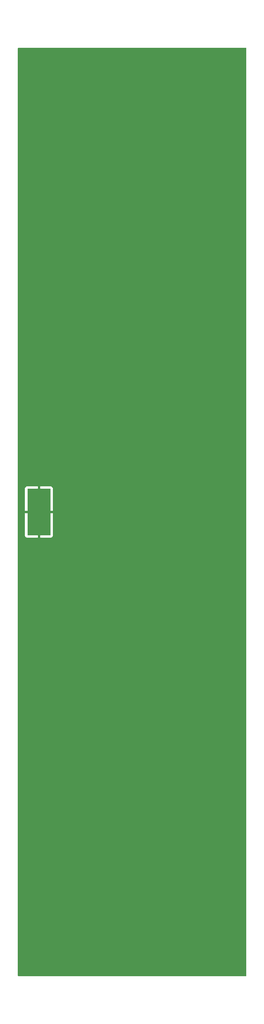
<source format=gbl>
G04 #@! TF.GenerationSoftware,KiCad,Pcbnew,8.0.3*
G04 #@! TF.CreationDate,2024-06-29T17:28:01+02:00*
G04 #@! TF.ProjectId,DMH_Buffered_Mult_PANEL,444d485f-4275-4666-9665-7265645f4d75,1*
G04 #@! TF.SameCoordinates,Original*
G04 #@! TF.FileFunction,Copper,L2,Bot*
G04 #@! TF.FilePolarity,Positive*
%FSLAX46Y46*%
G04 Gerber Fmt 4.6, Leading zero omitted, Abs format (unit mm)*
G04 Created by KiCad (PCBNEW 8.0.3) date 2024-06-29 17:28:01*
%MOMM*%
%LPD*%
G01*
G04 APERTURE LIST*
G04 #@! TA.AperFunction,ComponentPad*
%ADD10C,0.500000*%
G04 #@! TD*
G04 #@! TA.AperFunction,ConnectorPad*
%ADD11C,12.000000*%
G04 #@! TD*
G04 #@! TA.AperFunction,ComponentPad*
%ADD12C,4.000000*%
G04 #@! TD*
G04 #@! TA.AperFunction,SMDPad,CuDef*
%ADD13R,5.000000X10.000000*%
G04 #@! TD*
G04 APERTURE END LIST*
D10*
X104300000Y-206000000D03*
X105960000Y-201970000D03*
X105970000Y-210040000D03*
X110000000Y-200300000D03*
D11*
X110000000Y-206000000D03*
D10*
X110000000Y-211700000D03*
X114030000Y-210040000D03*
X114040000Y-201970000D03*
X115700000Y-206000000D03*
X84300000Y-206000000D03*
X85960000Y-201970000D03*
X85970000Y-210040000D03*
X90000000Y-200300000D03*
D11*
X90000000Y-206000000D03*
D10*
X90000000Y-211700000D03*
X94030000Y-210040000D03*
X94040000Y-201970000D03*
X95700000Y-206000000D03*
D12*
X121500000Y-33500000D03*
D10*
X84300000Y-54000000D03*
X85960000Y-49970000D03*
X85970000Y-58040000D03*
X90000000Y-48300000D03*
D11*
X90000000Y-54000000D03*
D10*
X90000000Y-59700000D03*
X94030000Y-58040000D03*
X94040000Y-49970000D03*
X95700000Y-54000000D03*
X104300000Y-54000000D03*
X105960000Y-49970000D03*
X105970000Y-58040000D03*
X110000000Y-48300000D03*
D11*
X110000000Y-54000000D03*
D10*
X110000000Y-59700000D03*
X114030000Y-58040000D03*
X114040000Y-49970000D03*
X115700000Y-54000000D03*
D12*
X78500000Y-226500000D03*
D10*
X84300000Y-70500000D03*
X85960000Y-66470000D03*
X85970000Y-74540000D03*
X90000000Y-64800000D03*
D11*
X90000000Y-70500000D03*
D10*
X90000000Y-76200000D03*
X94030000Y-74540000D03*
X94040000Y-66470000D03*
X95700000Y-70500000D03*
X104300000Y-156500000D03*
X105960000Y-152470000D03*
X105970000Y-160540000D03*
X110000000Y-150800000D03*
D11*
X110000000Y-156500000D03*
D10*
X110000000Y-162200000D03*
X114030000Y-160540000D03*
X114040000Y-152470000D03*
X115700000Y-156500000D03*
X84300000Y-173000000D03*
X85960000Y-168970000D03*
X85970000Y-177040000D03*
X90000000Y-167300000D03*
D11*
X90000000Y-173000000D03*
D10*
X90000000Y-178700000D03*
X94030000Y-177040000D03*
X94040000Y-168970000D03*
X95700000Y-173000000D03*
X104300000Y-189500000D03*
X105960000Y-185470000D03*
X105970000Y-193540000D03*
X110000000Y-183800000D03*
D11*
X110000000Y-189500000D03*
D10*
X110000000Y-195200000D03*
X114030000Y-193540000D03*
X114040000Y-185470000D03*
X115700000Y-189500000D03*
X84300000Y-103500000D03*
X85960000Y-99470000D03*
X85970000Y-107540000D03*
X90000000Y-97800000D03*
D11*
X90000000Y-103500000D03*
D10*
X90000000Y-109200000D03*
X94030000Y-107540000D03*
X94040000Y-99470000D03*
X95700000Y-103500000D03*
X84300000Y-189500000D03*
X85960000Y-185470000D03*
X85970000Y-193540000D03*
X90000000Y-183800000D03*
D11*
X90000000Y-189500000D03*
D10*
X90000000Y-195200000D03*
X94030000Y-193540000D03*
X94040000Y-185470000D03*
X95700000Y-189500000D03*
X104300000Y-103500000D03*
X105960000Y-99470000D03*
X105970000Y-107540000D03*
X110000000Y-97800000D03*
D11*
X110000000Y-103500000D03*
D10*
X110000000Y-109200000D03*
X114030000Y-107540000D03*
X114040000Y-99470000D03*
X115700000Y-103500000D03*
X104300000Y-173000000D03*
X105960000Y-168970000D03*
X105970000Y-177040000D03*
X110000000Y-167300000D03*
D11*
X110000000Y-173000000D03*
D10*
X110000000Y-178700000D03*
X114030000Y-177040000D03*
X114040000Y-168970000D03*
X115700000Y-173000000D03*
D12*
X121500000Y-226500000D03*
D10*
X84300000Y-156500000D03*
X85960000Y-152470000D03*
X85970000Y-160540000D03*
X90000000Y-150800000D03*
D11*
X90000000Y-156500000D03*
D10*
X90000000Y-162200000D03*
X94030000Y-160540000D03*
X94040000Y-152470000D03*
X95700000Y-156500000D03*
X84300000Y-87000000D03*
X85960000Y-82970000D03*
X85970000Y-91040000D03*
X90000000Y-81300000D03*
D11*
X90000000Y-87000000D03*
D10*
X90000000Y-92700000D03*
X94030000Y-91040000D03*
X94040000Y-82970000D03*
X95700000Y-87000000D03*
X104300000Y-70500000D03*
X105960000Y-66470000D03*
X105970000Y-74540000D03*
X110000000Y-64800000D03*
D11*
X110000000Y-70500000D03*
D10*
X110000000Y-76200000D03*
X114030000Y-74540000D03*
X114040000Y-66470000D03*
X115700000Y-70500000D03*
D12*
X78500000Y-33500000D03*
D10*
X104300000Y-87000000D03*
X105960000Y-82970000D03*
X105970000Y-91040000D03*
X110000000Y-81300000D03*
D11*
X110000000Y-87000000D03*
D10*
X110000000Y-92700000D03*
X114030000Y-91040000D03*
X114040000Y-82970000D03*
X115700000Y-87000000D03*
D13*
X80000000Y-130000000D03*
G04 #@! TA.AperFunction,Conductor*
G36*
X124442539Y-30520185D02*
G01*
X124488294Y-30572989D01*
X124499500Y-30624500D01*
X124499500Y-229375500D01*
X124479815Y-229442539D01*
X124427011Y-229488294D01*
X124375500Y-229499500D01*
X75624500Y-229499500D01*
X75557461Y-229479815D01*
X75511706Y-229427011D01*
X75500500Y-229375500D01*
X75500500Y-205999993D01*
X84594630Y-205999993D01*
X84594630Y-206000006D01*
X84614101Y-206458394D01*
X84672381Y-206913513D01*
X84769043Y-207362028D01*
X84903399Y-207800746D01*
X84903401Y-207800751D01*
X85074468Y-208226468D01*
X85074472Y-208226479D01*
X85281026Y-208636154D01*
X85281037Y-208636174D01*
X85401317Y-208831521D01*
X85521599Y-209026871D01*
X85794429Y-209395762D01*
X86097560Y-209740186D01*
X86428809Y-210057662D01*
X86785788Y-210345902D01*
X87165925Y-210602830D01*
X87566482Y-210826595D01*
X87566485Y-210826596D01*
X87566494Y-210826601D01*
X87984566Y-211015581D01*
X87984573Y-211015584D01*
X88417185Y-211168435D01*
X88861201Y-211284048D01*
X89313422Y-211361589D01*
X89454946Y-211373634D01*
X89770571Y-211400499D01*
X89770588Y-211400499D01*
X89770590Y-211400500D01*
X89770591Y-211400500D01*
X90229409Y-211400500D01*
X90229410Y-211400500D01*
X90229411Y-211400499D01*
X90229428Y-211400499D01*
X90501523Y-211377339D01*
X90686578Y-211361589D01*
X91138799Y-211284048D01*
X91582815Y-211168435D01*
X92015427Y-211015584D01*
X92433518Y-210826595D01*
X92834075Y-210602830D01*
X93214212Y-210345902D01*
X93571191Y-210057662D01*
X93902440Y-209740186D01*
X94205571Y-209395762D01*
X94478401Y-209026871D01*
X94718964Y-208636172D01*
X94925527Y-208226479D01*
X95096601Y-207800744D01*
X95230955Y-207362035D01*
X95327619Y-206913512D01*
X95385897Y-206458407D01*
X95405370Y-206000000D01*
X95405370Y-205999993D01*
X104594630Y-205999993D01*
X104594630Y-206000006D01*
X104614101Y-206458394D01*
X104672381Y-206913513D01*
X104769043Y-207362028D01*
X104903399Y-207800746D01*
X104903401Y-207800751D01*
X105074468Y-208226468D01*
X105074472Y-208226479D01*
X105281026Y-208636154D01*
X105281037Y-208636174D01*
X105401317Y-208831521D01*
X105521599Y-209026871D01*
X105794429Y-209395762D01*
X106097560Y-209740186D01*
X106428809Y-210057662D01*
X106785788Y-210345902D01*
X107165925Y-210602830D01*
X107566482Y-210826595D01*
X107566485Y-210826596D01*
X107566494Y-210826601D01*
X107984566Y-211015581D01*
X107984573Y-211015584D01*
X108417185Y-211168435D01*
X108861201Y-211284048D01*
X109313422Y-211361589D01*
X109454946Y-211373634D01*
X109770571Y-211400499D01*
X109770588Y-211400499D01*
X109770590Y-211400500D01*
X109770591Y-211400500D01*
X110229409Y-211400500D01*
X110229410Y-211400500D01*
X110229411Y-211400499D01*
X110229428Y-211400499D01*
X110501523Y-211377339D01*
X110686578Y-211361589D01*
X111138799Y-211284048D01*
X111582815Y-211168435D01*
X112015427Y-211015584D01*
X112433518Y-210826595D01*
X112834075Y-210602830D01*
X113214212Y-210345902D01*
X113571191Y-210057662D01*
X113902440Y-209740186D01*
X114205571Y-209395762D01*
X114478401Y-209026871D01*
X114718964Y-208636172D01*
X114925527Y-208226479D01*
X115096601Y-207800744D01*
X115230955Y-207362035D01*
X115327619Y-206913512D01*
X115385897Y-206458407D01*
X115405370Y-206000000D01*
X115385897Y-205541593D01*
X115327619Y-205086488D01*
X115230955Y-204637965D01*
X115096601Y-204199256D01*
X114925527Y-203773521D01*
X114925527Y-203773520D01*
X114718973Y-203363845D01*
X114718962Y-203363825D01*
X114667601Y-203280410D01*
X114478401Y-202973129D01*
X114205571Y-202604238D01*
X113902440Y-202259814D01*
X113571191Y-201942338D01*
X113214212Y-201654098D01*
X112834075Y-201397170D01*
X112811723Y-201384683D01*
X112433526Y-201173409D01*
X112433505Y-201173398D01*
X112015433Y-200984418D01*
X111582810Y-200831563D01*
X111138797Y-200715951D01*
X110686588Y-200638412D01*
X110686562Y-200638409D01*
X110229428Y-200599500D01*
X110229410Y-200599500D01*
X109770590Y-200599500D01*
X109770571Y-200599500D01*
X109313437Y-200638409D01*
X109313411Y-200638412D01*
X108861202Y-200715951D01*
X108417189Y-200831563D01*
X107984566Y-200984418D01*
X107566494Y-201173398D01*
X107566473Y-201173409D01*
X107165933Y-201397165D01*
X107165914Y-201397177D01*
X106785793Y-201654094D01*
X106428806Y-201942340D01*
X106097559Y-202259814D01*
X105794435Y-202604230D01*
X105521598Y-202973130D01*
X105281037Y-203363825D01*
X105281026Y-203363845D01*
X105074472Y-203773520D01*
X105074468Y-203773531D01*
X104903401Y-204199248D01*
X104903399Y-204199253D01*
X104769043Y-204637971D01*
X104672381Y-205086486D01*
X104614101Y-205541605D01*
X104594630Y-205999993D01*
X95405370Y-205999993D01*
X95385897Y-205541593D01*
X95327619Y-205086488D01*
X95230955Y-204637965D01*
X95096601Y-204199256D01*
X94925527Y-203773521D01*
X94925527Y-203773520D01*
X94718973Y-203363845D01*
X94718962Y-203363825D01*
X94667601Y-203280410D01*
X94478401Y-202973129D01*
X94205571Y-202604238D01*
X93902440Y-202259814D01*
X93571191Y-201942338D01*
X93214212Y-201654098D01*
X92834075Y-201397170D01*
X92811723Y-201384683D01*
X92433526Y-201173409D01*
X92433505Y-201173398D01*
X92015433Y-200984418D01*
X91582810Y-200831563D01*
X91138797Y-200715951D01*
X90686588Y-200638412D01*
X90686562Y-200638409D01*
X90229428Y-200599500D01*
X90229410Y-200599500D01*
X89770590Y-200599500D01*
X89770571Y-200599500D01*
X89313437Y-200638409D01*
X89313411Y-200638412D01*
X88861202Y-200715951D01*
X88417189Y-200831563D01*
X87984566Y-200984418D01*
X87566494Y-201173398D01*
X87566473Y-201173409D01*
X87165933Y-201397165D01*
X87165914Y-201397177D01*
X86785793Y-201654094D01*
X86428806Y-201942340D01*
X86097559Y-202259814D01*
X85794435Y-202604230D01*
X85521598Y-202973130D01*
X85281037Y-203363825D01*
X85281026Y-203363845D01*
X85074472Y-203773520D01*
X85074468Y-203773531D01*
X84903401Y-204199248D01*
X84903399Y-204199253D01*
X84769043Y-204637971D01*
X84672381Y-205086486D01*
X84614101Y-205541605D01*
X84594630Y-205999993D01*
X75500500Y-205999993D01*
X75500500Y-189499993D01*
X84594630Y-189499993D01*
X84594630Y-189500006D01*
X84614101Y-189958394D01*
X84672381Y-190413513D01*
X84769043Y-190862028D01*
X84903399Y-191300746D01*
X84903401Y-191300751D01*
X85074468Y-191726468D01*
X85074472Y-191726479D01*
X85281026Y-192136154D01*
X85281037Y-192136174D01*
X85401317Y-192331521D01*
X85521599Y-192526871D01*
X85794429Y-192895762D01*
X86097560Y-193240186D01*
X86428809Y-193557662D01*
X86785788Y-193845902D01*
X87165925Y-194102830D01*
X87566482Y-194326595D01*
X87566485Y-194326596D01*
X87566494Y-194326601D01*
X87984566Y-194515581D01*
X87984573Y-194515584D01*
X88417185Y-194668435D01*
X88861201Y-194784048D01*
X89313422Y-194861589D01*
X89454946Y-194873634D01*
X89770571Y-194900499D01*
X89770588Y-194900499D01*
X89770590Y-194900500D01*
X89770591Y-194900500D01*
X90229409Y-194900500D01*
X90229410Y-194900500D01*
X90229411Y-194900499D01*
X90229428Y-194900499D01*
X90501523Y-194877339D01*
X90686578Y-194861589D01*
X91138799Y-194784048D01*
X91582815Y-194668435D01*
X92015427Y-194515584D01*
X92433518Y-194326595D01*
X92834075Y-194102830D01*
X93214212Y-193845902D01*
X93571191Y-193557662D01*
X93902440Y-193240186D01*
X94205571Y-192895762D01*
X94478401Y-192526871D01*
X94718964Y-192136172D01*
X94925527Y-191726479D01*
X95096601Y-191300744D01*
X95230955Y-190862035D01*
X95327619Y-190413512D01*
X95385897Y-189958407D01*
X95405370Y-189500000D01*
X95405370Y-189499993D01*
X104594630Y-189499993D01*
X104594630Y-189500006D01*
X104614101Y-189958394D01*
X104672381Y-190413513D01*
X104769043Y-190862028D01*
X104903399Y-191300746D01*
X104903401Y-191300751D01*
X105074468Y-191726468D01*
X105074472Y-191726479D01*
X105281026Y-192136154D01*
X105281037Y-192136174D01*
X105401317Y-192331521D01*
X105521599Y-192526871D01*
X105794429Y-192895762D01*
X106097560Y-193240186D01*
X106428809Y-193557662D01*
X106785788Y-193845902D01*
X107165925Y-194102830D01*
X107566482Y-194326595D01*
X107566485Y-194326596D01*
X107566494Y-194326601D01*
X107984566Y-194515581D01*
X107984573Y-194515584D01*
X108417185Y-194668435D01*
X108861201Y-194784048D01*
X109313422Y-194861589D01*
X109454946Y-194873634D01*
X109770571Y-194900499D01*
X109770588Y-194900499D01*
X109770590Y-194900500D01*
X109770591Y-194900500D01*
X110229409Y-194900500D01*
X110229410Y-194900500D01*
X110229411Y-194900499D01*
X110229428Y-194900499D01*
X110501523Y-194877339D01*
X110686578Y-194861589D01*
X111138799Y-194784048D01*
X111582815Y-194668435D01*
X112015427Y-194515584D01*
X112433518Y-194326595D01*
X112834075Y-194102830D01*
X113214212Y-193845902D01*
X113571191Y-193557662D01*
X113902440Y-193240186D01*
X114205571Y-192895762D01*
X114478401Y-192526871D01*
X114718964Y-192136172D01*
X114925527Y-191726479D01*
X115096601Y-191300744D01*
X115230955Y-190862035D01*
X115327619Y-190413512D01*
X115385897Y-189958407D01*
X115405370Y-189500000D01*
X115385897Y-189041593D01*
X115327619Y-188586488D01*
X115230955Y-188137965D01*
X115096601Y-187699256D01*
X114925527Y-187273521D01*
X114925527Y-187273520D01*
X114718973Y-186863845D01*
X114718962Y-186863825D01*
X114667601Y-186780410D01*
X114478401Y-186473129D01*
X114205571Y-186104238D01*
X113902440Y-185759814D01*
X113571191Y-185442338D01*
X113214212Y-185154098D01*
X112834075Y-184897170D01*
X112811723Y-184884683D01*
X112433526Y-184673409D01*
X112433505Y-184673398D01*
X112015433Y-184484418D01*
X111582810Y-184331563D01*
X111138797Y-184215951D01*
X110686588Y-184138412D01*
X110686562Y-184138409D01*
X110229428Y-184099500D01*
X110229410Y-184099500D01*
X109770590Y-184099500D01*
X109770571Y-184099500D01*
X109313437Y-184138409D01*
X109313411Y-184138412D01*
X108861202Y-184215951D01*
X108417189Y-184331563D01*
X107984566Y-184484418D01*
X107566494Y-184673398D01*
X107566473Y-184673409D01*
X107165933Y-184897165D01*
X107165914Y-184897177D01*
X106785793Y-185154094D01*
X106428806Y-185442340D01*
X106097559Y-185759814D01*
X105794435Y-186104230D01*
X105521598Y-186473130D01*
X105281037Y-186863825D01*
X105281026Y-186863845D01*
X105074472Y-187273520D01*
X105074468Y-187273531D01*
X104903401Y-187699248D01*
X104903399Y-187699253D01*
X104769043Y-188137971D01*
X104672381Y-188586486D01*
X104614101Y-189041605D01*
X104594630Y-189499993D01*
X95405370Y-189499993D01*
X95385897Y-189041593D01*
X95327619Y-188586488D01*
X95230955Y-188137965D01*
X95096601Y-187699256D01*
X94925527Y-187273521D01*
X94925527Y-187273520D01*
X94718973Y-186863845D01*
X94718962Y-186863825D01*
X94667601Y-186780410D01*
X94478401Y-186473129D01*
X94205571Y-186104238D01*
X93902440Y-185759814D01*
X93571191Y-185442338D01*
X93214212Y-185154098D01*
X92834075Y-184897170D01*
X92811723Y-184884683D01*
X92433526Y-184673409D01*
X92433505Y-184673398D01*
X92015433Y-184484418D01*
X91582810Y-184331563D01*
X91138797Y-184215951D01*
X90686588Y-184138412D01*
X90686562Y-184138409D01*
X90229428Y-184099500D01*
X90229410Y-184099500D01*
X89770590Y-184099500D01*
X89770571Y-184099500D01*
X89313437Y-184138409D01*
X89313411Y-184138412D01*
X88861202Y-184215951D01*
X88417189Y-184331563D01*
X87984566Y-184484418D01*
X87566494Y-184673398D01*
X87566473Y-184673409D01*
X87165933Y-184897165D01*
X87165914Y-184897177D01*
X86785793Y-185154094D01*
X86428806Y-185442340D01*
X86097559Y-185759814D01*
X85794435Y-186104230D01*
X85521598Y-186473130D01*
X85281037Y-186863825D01*
X85281026Y-186863845D01*
X85074472Y-187273520D01*
X85074468Y-187273531D01*
X84903401Y-187699248D01*
X84903399Y-187699253D01*
X84769043Y-188137971D01*
X84672381Y-188586486D01*
X84614101Y-189041605D01*
X84594630Y-189499993D01*
X75500500Y-189499993D01*
X75500500Y-172999993D01*
X84594630Y-172999993D01*
X84594630Y-173000006D01*
X84614101Y-173458394D01*
X84672381Y-173913513D01*
X84769043Y-174362028D01*
X84903399Y-174800746D01*
X84903401Y-174800751D01*
X85074468Y-175226468D01*
X85074472Y-175226479D01*
X85281026Y-175636154D01*
X85281037Y-175636174D01*
X85401317Y-175831521D01*
X85521599Y-176026871D01*
X85794429Y-176395762D01*
X86097560Y-176740186D01*
X86428809Y-177057662D01*
X86785788Y-177345902D01*
X87165925Y-177602830D01*
X87566482Y-177826595D01*
X87566485Y-177826596D01*
X87566494Y-177826601D01*
X87984566Y-178015581D01*
X87984573Y-178015584D01*
X88417185Y-178168435D01*
X88861201Y-178284048D01*
X89313422Y-178361589D01*
X89454946Y-178373634D01*
X89770571Y-178400499D01*
X89770588Y-178400499D01*
X89770590Y-178400500D01*
X89770591Y-178400500D01*
X90229409Y-178400500D01*
X90229410Y-178400500D01*
X90229411Y-178400499D01*
X90229428Y-178400499D01*
X90501523Y-178377339D01*
X90686578Y-178361589D01*
X91138799Y-178284048D01*
X91582815Y-178168435D01*
X92015427Y-178015584D01*
X92433518Y-177826595D01*
X92834075Y-177602830D01*
X93214212Y-177345902D01*
X93571191Y-177057662D01*
X93902440Y-176740186D01*
X94205571Y-176395762D01*
X94478401Y-176026871D01*
X94718964Y-175636172D01*
X94925527Y-175226479D01*
X95096601Y-174800744D01*
X95230955Y-174362035D01*
X95327619Y-173913512D01*
X95385897Y-173458407D01*
X95405370Y-173000000D01*
X95405370Y-172999993D01*
X104594630Y-172999993D01*
X104594630Y-173000006D01*
X104614101Y-173458394D01*
X104672381Y-173913513D01*
X104769043Y-174362028D01*
X104903399Y-174800746D01*
X104903401Y-174800751D01*
X105074468Y-175226468D01*
X105074472Y-175226479D01*
X105281026Y-175636154D01*
X105281037Y-175636174D01*
X105401317Y-175831521D01*
X105521599Y-176026871D01*
X105794429Y-176395762D01*
X106097560Y-176740186D01*
X106428809Y-177057662D01*
X106785788Y-177345902D01*
X107165925Y-177602830D01*
X107566482Y-177826595D01*
X107566485Y-177826596D01*
X107566494Y-177826601D01*
X107984566Y-178015581D01*
X107984573Y-178015584D01*
X108417185Y-178168435D01*
X108861201Y-178284048D01*
X109313422Y-178361589D01*
X109454946Y-178373634D01*
X109770571Y-178400499D01*
X109770588Y-178400499D01*
X109770590Y-178400500D01*
X109770591Y-178400500D01*
X110229409Y-178400500D01*
X110229410Y-178400500D01*
X110229411Y-178400499D01*
X110229428Y-178400499D01*
X110501523Y-178377339D01*
X110686578Y-178361589D01*
X111138799Y-178284048D01*
X111582815Y-178168435D01*
X112015427Y-178015584D01*
X112433518Y-177826595D01*
X112834075Y-177602830D01*
X113214212Y-177345902D01*
X113571191Y-177057662D01*
X113902440Y-176740186D01*
X114205571Y-176395762D01*
X114478401Y-176026871D01*
X114718964Y-175636172D01*
X114925527Y-175226479D01*
X115096601Y-174800744D01*
X115230955Y-174362035D01*
X115327619Y-173913512D01*
X115385897Y-173458407D01*
X115405370Y-173000000D01*
X115385897Y-172541593D01*
X115327619Y-172086488D01*
X115230955Y-171637965D01*
X115096601Y-171199256D01*
X114925527Y-170773521D01*
X114925527Y-170773520D01*
X114718973Y-170363845D01*
X114718962Y-170363825D01*
X114667601Y-170280410D01*
X114478401Y-169973129D01*
X114205571Y-169604238D01*
X113902440Y-169259814D01*
X113571191Y-168942338D01*
X113214212Y-168654098D01*
X112834075Y-168397170D01*
X112811723Y-168384683D01*
X112433526Y-168173409D01*
X112433505Y-168173398D01*
X112015433Y-167984418D01*
X111582810Y-167831563D01*
X111138797Y-167715951D01*
X110686588Y-167638412D01*
X110686562Y-167638409D01*
X110229428Y-167599500D01*
X110229410Y-167599500D01*
X109770590Y-167599500D01*
X109770571Y-167599500D01*
X109313437Y-167638409D01*
X109313411Y-167638412D01*
X108861202Y-167715951D01*
X108417189Y-167831563D01*
X107984566Y-167984418D01*
X107566494Y-168173398D01*
X107566473Y-168173409D01*
X107165933Y-168397165D01*
X107165914Y-168397177D01*
X106785793Y-168654094D01*
X106428806Y-168942340D01*
X106097559Y-169259814D01*
X105794435Y-169604230D01*
X105521598Y-169973130D01*
X105281037Y-170363825D01*
X105281026Y-170363845D01*
X105074472Y-170773520D01*
X105074468Y-170773531D01*
X104903401Y-171199248D01*
X104903399Y-171199253D01*
X104769043Y-171637971D01*
X104672381Y-172086486D01*
X104614101Y-172541605D01*
X104594630Y-172999993D01*
X95405370Y-172999993D01*
X95385897Y-172541593D01*
X95327619Y-172086488D01*
X95230955Y-171637965D01*
X95096601Y-171199256D01*
X94925527Y-170773521D01*
X94925527Y-170773520D01*
X94718973Y-170363845D01*
X94718962Y-170363825D01*
X94667601Y-170280410D01*
X94478401Y-169973129D01*
X94205571Y-169604238D01*
X93902440Y-169259814D01*
X93571191Y-168942338D01*
X93214212Y-168654098D01*
X92834075Y-168397170D01*
X92811723Y-168384683D01*
X92433526Y-168173409D01*
X92433505Y-168173398D01*
X92015433Y-167984418D01*
X91582810Y-167831563D01*
X91138797Y-167715951D01*
X90686588Y-167638412D01*
X90686562Y-167638409D01*
X90229428Y-167599500D01*
X90229410Y-167599500D01*
X89770590Y-167599500D01*
X89770571Y-167599500D01*
X89313437Y-167638409D01*
X89313411Y-167638412D01*
X88861202Y-167715951D01*
X88417189Y-167831563D01*
X87984566Y-167984418D01*
X87566494Y-168173398D01*
X87566473Y-168173409D01*
X87165933Y-168397165D01*
X87165914Y-168397177D01*
X86785793Y-168654094D01*
X86428806Y-168942340D01*
X86097559Y-169259814D01*
X85794435Y-169604230D01*
X85521598Y-169973130D01*
X85281037Y-170363825D01*
X85281026Y-170363845D01*
X85074472Y-170773520D01*
X85074468Y-170773531D01*
X84903401Y-171199248D01*
X84903399Y-171199253D01*
X84769043Y-171637971D01*
X84672381Y-172086486D01*
X84614101Y-172541605D01*
X84594630Y-172999993D01*
X75500500Y-172999993D01*
X75500500Y-156499993D01*
X84594630Y-156499993D01*
X84594630Y-156500006D01*
X84614101Y-156958394D01*
X84672381Y-157413513D01*
X84769043Y-157862028D01*
X84903399Y-158300746D01*
X84903401Y-158300751D01*
X85074468Y-158726468D01*
X85074472Y-158726479D01*
X85281026Y-159136154D01*
X85281037Y-159136174D01*
X85401317Y-159331521D01*
X85521599Y-159526871D01*
X85794429Y-159895762D01*
X86097560Y-160240186D01*
X86428809Y-160557662D01*
X86785788Y-160845902D01*
X87165925Y-161102830D01*
X87566482Y-161326595D01*
X87566485Y-161326596D01*
X87566494Y-161326601D01*
X87984566Y-161515581D01*
X87984573Y-161515584D01*
X88417185Y-161668435D01*
X88861201Y-161784048D01*
X89313422Y-161861589D01*
X89454946Y-161873634D01*
X89770571Y-161900499D01*
X89770588Y-161900499D01*
X89770590Y-161900500D01*
X89770591Y-161900500D01*
X90229409Y-161900500D01*
X90229410Y-161900500D01*
X90229411Y-161900499D01*
X90229428Y-161900499D01*
X90501523Y-161877339D01*
X90686578Y-161861589D01*
X91138799Y-161784048D01*
X91582815Y-161668435D01*
X92015427Y-161515584D01*
X92433518Y-161326595D01*
X92834075Y-161102830D01*
X93214212Y-160845902D01*
X93571191Y-160557662D01*
X93902440Y-160240186D01*
X94205571Y-159895762D01*
X94478401Y-159526871D01*
X94718964Y-159136172D01*
X94925527Y-158726479D01*
X95096601Y-158300744D01*
X95230955Y-157862035D01*
X95327619Y-157413512D01*
X95385897Y-156958407D01*
X95405370Y-156500000D01*
X95405370Y-156499993D01*
X104594630Y-156499993D01*
X104594630Y-156500006D01*
X104614101Y-156958394D01*
X104672381Y-157413513D01*
X104769043Y-157862028D01*
X104903399Y-158300746D01*
X104903401Y-158300751D01*
X105074468Y-158726468D01*
X105074472Y-158726479D01*
X105281026Y-159136154D01*
X105281037Y-159136174D01*
X105401317Y-159331521D01*
X105521599Y-159526871D01*
X105794429Y-159895762D01*
X106097560Y-160240186D01*
X106428809Y-160557662D01*
X106785788Y-160845902D01*
X107165925Y-161102830D01*
X107566482Y-161326595D01*
X107566485Y-161326596D01*
X107566494Y-161326601D01*
X107984566Y-161515581D01*
X107984573Y-161515584D01*
X108417185Y-161668435D01*
X108861201Y-161784048D01*
X109313422Y-161861589D01*
X109454946Y-161873634D01*
X109770571Y-161900499D01*
X109770588Y-161900499D01*
X109770590Y-161900500D01*
X109770591Y-161900500D01*
X110229409Y-161900500D01*
X110229410Y-161900500D01*
X110229411Y-161900499D01*
X110229428Y-161900499D01*
X110501523Y-161877339D01*
X110686578Y-161861589D01*
X111138799Y-161784048D01*
X111582815Y-161668435D01*
X112015427Y-161515584D01*
X112433518Y-161326595D01*
X112834075Y-161102830D01*
X113214212Y-160845902D01*
X113571191Y-160557662D01*
X113902440Y-160240186D01*
X114205571Y-159895762D01*
X114478401Y-159526871D01*
X114718964Y-159136172D01*
X114925527Y-158726479D01*
X115096601Y-158300744D01*
X115230955Y-157862035D01*
X115327619Y-157413512D01*
X115385897Y-156958407D01*
X115405370Y-156500000D01*
X115385897Y-156041593D01*
X115327619Y-155586488D01*
X115230955Y-155137965D01*
X115096601Y-154699256D01*
X114925527Y-154273521D01*
X114925527Y-154273520D01*
X114718973Y-153863845D01*
X114718962Y-153863825D01*
X114667601Y-153780410D01*
X114478401Y-153473129D01*
X114205571Y-153104238D01*
X113902440Y-152759814D01*
X113571191Y-152442338D01*
X113214212Y-152154098D01*
X112834075Y-151897170D01*
X112811723Y-151884683D01*
X112433526Y-151673409D01*
X112433505Y-151673398D01*
X112015433Y-151484418D01*
X111582810Y-151331563D01*
X111138797Y-151215951D01*
X110686588Y-151138412D01*
X110686562Y-151138409D01*
X110229428Y-151099500D01*
X110229410Y-151099500D01*
X109770590Y-151099500D01*
X109770571Y-151099500D01*
X109313437Y-151138409D01*
X109313411Y-151138412D01*
X108861202Y-151215951D01*
X108417189Y-151331563D01*
X107984566Y-151484418D01*
X107566494Y-151673398D01*
X107566473Y-151673409D01*
X107165933Y-151897165D01*
X107165914Y-151897177D01*
X106785793Y-152154094D01*
X106428806Y-152442340D01*
X106097559Y-152759814D01*
X105794435Y-153104230D01*
X105521598Y-153473130D01*
X105281037Y-153863825D01*
X105281026Y-153863845D01*
X105074472Y-154273520D01*
X105074468Y-154273531D01*
X104903401Y-154699248D01*
X104903399Y-154699253D01*
X104769043Y-155137971D01*
X104672381Y-155586486D01*
X104614101Y-156041605D01*
X104594630Y-156499993D01*
X95405370Y-156499993D01*
X95385897Y-156041593D01*
X95327619Y-155586488D01*
X95230955Y-155137965D01*
X95096601Y-154699256D01*
X94925527Y-154273521D01*
X94925527Y-154273520D01*
X94718973Y-153863845D01*
X94718962Y-153863825D01*
X94667601Y-153780410D01*
X94478401Y-153473129D01*
X94205571Y-153104238D01*
X93902440Y-152759814D01*
X93571191Y-152442338D01*
X93214212Y-152154098D01*
X92834075Y-151897170D01*
X92811723Y-151884683D01*
X92433526Y-151673409D01*
X92433505Y-151673398D01*
X92015433Y-151484418D01*
X91582810Y-151331563D01*
X91138797Y-151215951D01*
X90686588Y-151138412D01*
X90686562Y-151138409D01*
X90229428Y-151099500D01*
X90229410Y-151099500D01*
X89770590Y-151099500D01*
X89770571Y-151099500D01*
X89313437Y-151138409D01*
X89313411Y-151138412D01*
X88861202Y-151215951D01*
X88417189Y-151331563D01*
X87984566Y-151484418D01*
X87566494Y-151673398D01*
X87566473Y-151673409D01*
X87165933Y-151897165D01*
X87165914Y-151897177D01*
X86785793Y-152154094D01*
X86428806Y-152442340D01*
X86097559Y-152759814D01*
X85794435Y-153104230D01*
X85521598Y-153473130D01*
X85281037Y-153863825D01*
X85281026Y-153863845D01*
X85074472Y-154273520D01*
X85074468Y-154273531D01*
X84903401Y-154699248D01*
X84903399Y-154699253D01*
X84769043Y-155137971D01*
X84672381Y-155586486D01*
X84614101Y-156041605D01*
X84594630Y-156499993D01*
X75500500Y-156499993D01*
X75500500Y-135047844D01*
X77000000Y-135047844D01*
X77006401Y-135107372D01*
X77006403Y-135107379D01*
X77056645Y-135242086D01*
X77056649Y-135242093D01*
X77142809Y-135357187D01*
X77142812Y-135357190D01*
X77257906Y-135443350D01*
X77257913Y-135443354D01*
X77392620Y-135493596D01*
X77392627Y-135493598D01*
X77452155Y-135499999D01*
X77452172Y-135500000D01*
X79750000Y-135500000D01*
X80250000Y-135500000D01*
X82547828Y-135500000D01*
X82547844Y-135499999D01*
X82607372Y-135493598D01*
X82607379Y-135493596D01*
X82742086Y-135443354D01*
X82742093Y-135443350D01*
X82857187Y-135357190D01*
X82857190Y-135357187D01*
X82943350Y-135242093D01*
X82943354Y-135242086D01*
X82993596Y-135107379D01*
X82993598Y-135107372D01*
X82999999Y-135047844D01*
X83000000Y-135047827D01*
X83000000Y-130250000D01*
X80250000Y-130250000D01*
X80250000Y-135500000D01*
X79750000Y-135500000D01*
X79750000Y-130250000D01*
X77000000Y-130250000D01*
X77000000Y-135047844D01*
X75500500Y-135047844D01*
X75500500Y-124952155D01*
X77000000Y-124952155D01*
X77000000Y-129750000D01*
X79750000Y-129750000D01*
X80250000Y-129750000D01*
X83000000Y-129750000D01*
X83000000Y-124952172D01*
X82999999Y-124952155D01*
X82993598Y-124892627D01*
X82993596Y-124892620D01*
X82943354Y-124757913D01*
X82943350Y-124757906D01*
X82857190Y-124642812D01*
X82857187Y-124642809D01*
X82742093Y-124556649D01*
X82742086Y-124556645D01*
X82607379Y-124506403D01*
X82607372Y-124506401D01*
X82547844Y-124500000D01*
X80250000Y-124500000D01*
X80250000Y-129750000D01*
X79750000Y-129750000D01*
X79750000Y-124500000D01*
X77452155Y-124500000D01*
X77392627Y-124506401D01*
X77392620Y-124506403D01*
X77257913Y-124556645D01*
X77257906Y-124556649D01*
X77142812Y-124642809D01*
X77142809Y-124642812D01*
X77056649Y-124757906D01*
X77056645Y-124757913D01*
X77006403Y-124892620D01*
X77006401Y-124892627D01*
X77000000Y-124952155D01*
X75500500Y-124952155D01*
X75500500Y-103499993D01*
X84594630Y-103499993D01*
X84594630Y-103500006D01*
X84614101Y-103958394D01*
X84672381Y-104413513D01*
X84769043Y-104862028D01*
X84903399Y-105300746D01*
X84903401Y-105300751D01*
X85074468Y-105726468D01*
X85074472Y-105726479D01*
X85281026Y-106136154D01*
X85281037Y-106136174D01*
X85401317Y-106331521D01*
X85521599Y-106526871D01*
X85794429Y-106895762D01*
X86097560Y-107240186D01*
X86428809Y-107557662D01*
X86785788Y-107845902D01*
X87165925Y-108102830D01*
X87566482Y-108326595D01*
X87566485Y-108326596D01*
X87566494Y-108326601D01*
X87984566Y-108515581D01*
X87984573Y-108515584D01*
X88417185Y-108668435D01*
X88861201Y-108784048D01*
X89313422Y-108861589D01*
X89454946Y-108873634D01*
X89770571Y-108900499D01*
X89770588Y-108900499D01*
X89770590Y-108900500D01*
X89770591Y-108900500D01*
X90229409Y-108900500D01*
X90229410Y-108900500D01*
X90229411Y-108900499D01*
X90229428Y-108900499D01*
X90501523Y-108877339D01*
X90686578Y-108861589D01*
X91138799Y-108784048D01*
X91582815Y-108668435D01*
X92015427Y-108515584D01*
X92433518Y-108326595D01*
X92834075Y-108102830D01*
X93214212Y-107845902D01*
X93571191Y-107557662D01*
X93902440Y-107240186D01*
X94205571Y-106895762D01*
X94478401Y-106526871D01*
X94718964Y-106136172D01*
X94925527Y-105726479D01*
X95096601Y-105300744D01*
X95230955Y-104862035D01*
X95327619Y-104413512D01*
X95385897Y-103958407D01*
X95405370Y-103500000D01*
X95405370Y-103499993D01*
X104594630Y-103499993D01*
X104594630Y-103500006D01*
X104614101Y-103958394D01*
X104672381Y-104413513D01*
X104769043Y-104862028D01*
X104903399Y-105300746D01*
X104903401Y-105300751D01*
X105074468Y-105726468D01*
X105074472Y-105726479D01*
X105281026Y-106136154D01*
X105281037Y-106136174D01*
X105401317Y-106331521D01*
X105521599Y-106526871D01*
X105794429Y-106895762D01*
X106097560Y-107240186D01*
X106428809Y-107557662D01*
X106785788Y-107845902D01*
X107165925Y-108102830D01*
X107566482Y-108326595D01*
X107566485Y-108326596D01*
X107566494Y-108326601D01*
X107984566Y-108515581D01*
X107984573Y-108515584D01*
X108417185Y-108668435D01*
X108861201Y-108784048D01*
X109313422Y-108861589D01*
X109454946Y-108873634D01*
X109770571Y-108900499D01*
X109770588Y-108900499D01*
X109770590Y-108900500D01*
X109770591Y-108900500D01*
X110229409Y-108900500D01*
X110229410Y-108900500D01*
X110229411Y-108900499D01*
X110229428Y-108900499D01*
X110501523Y-108877339D01*
X110686578Y-108861589D01*
X111138799Y-108784048D01*
X111582815Y-108668435D01*
X112015427Y-108515584D01*
X112433518Y-108326595D01*
X112834075Y-108102830D01*
X113214212Y-107845902D01*
X113571191Y-107557662D01*
X113902440Y-107240186D01*
X114205571Y-106895762D01*
X114478401Y-106526871D01*
X114718964Y-106136172D01*
X114925527Y-105726479D01*
X115096601Y-105300744D01*
X115230955Y-104862035D01*
X115327619Y-104413512D01*
X115385897Y-103958407D01*
X115405370Y-103500000D01*
X115385897Y-103041593D01*
X115327619Y-102586488D01*
X115230955Y-102137965D01*
X115096601Y-101699256D01*
X114925527Y-101273521D01*
X114925527Y-101273520D01*
X114718973Y-100863845D01*
X114718962Y-100863825D01*
X114667601Y-100780410D01*
X114478401Y-100473129D01*
X114205571Y-100104238D01*
X113902440Y-99759814D01*
X113571191Y-99442338D01*
X113214212Y-99154098D01*
X112834075Y-98897170D01*
X112811723Y-98884683D01*
X112433526Y-98673409D01*
X112433505Y-98673398D01*
X112015433Y-98484418D01*
X111582810Y-98331563D01*
X111138797Y-98215951D01*
X110686588Y-98138412D01*
X110686562Y-98138409D01*
X110229428Y-98099500D01*
X110229410Y-98099500D01*
X109770590Y-98099500D01*
X109770571Y-98099500D01*
X109313437Y-98138409D01*
X109313411Y-98138412D01*
X108861202Y-98215951D01*
X108417189Y-98331563D01*
X107984566Y-98484418D01*
X107566494Y-98673398D01*
X107566473Y-98673409D01*
X107165933Y-98897165D01*
X107165914Y-98897177D01*
X106785793Y-99154094D01*
X106428806Y-99442340D01*
X106097559Y-99759814D01*
X105794435Y-100104230D01*
X105521598Y-100473130D01*
X105281037Y-100863825D01*
X105281026Y-100863845D01*
X105074472Y-101273520D01*
X105074468Y-101273531D01*
X104903401Y-101699248D01*
X104903399Y-101699253D01*
X104769043Y-102137971D01*
X104672381Y-102586486D01*
X104614101Y-103041605D01*
X104594630Y-103499993D01*
X95405370Y-103499993D01*
X95385897Y-103041593D01*
X95327619Y-102586488D01*
X95230955Y-102137965D01*
X95096601Y-101699256D01*
X94925527Y-101273521D01*
X94925527Y-101273520D01*
X94718973Y-100863845D01*
X94718962Y-100863825D01*
X94667601Y-100780410D01*
X94478401Y-100473129D01*
X94205571Y-100104238D01*
X93902440Y-99759814D01*
X93571191Y-99442338D01*
X93214212Y-99154098D01*
X92834075Y-98897170D01*
X92811723Y-98884683D01*
X92433526Y-98673409D01*
X92433505Y-98673398D01*
X92015433Y-98484418D01*
X91582810Y-98331563D01*
X91138797Y-98215951D01*
X90686588Y-98138412D01*
X90686562Y-98138409D01*
X90229428Y-98099500D01*
X90229410Y-98099500D01*
X89770590Y-98099500D01*
X89770571Y-98099500D01*
X89313437Y-98138409D01*
X89313411Y-98138412D01*
X88861202Y-98215951D01*
X88417189Y-98331563D01*
X87984566Y-98484418D01*
X87566494Y-98673398D01*
X87566473Y-98673409D01*
X87165933Y-98897165D01*
X87165914Y-98897177D01*
X86785793Y-99154094D01*
X86428806Y-99442340D01*
X86097559Y-99759814D01*
X85794435Y-100104230D01*
X85521598Y-100473130D01*
X85281037Y-100863825D01*
X85281026Y-100863845D01*
X85074472Y-101273520D01*
X85074468Y-101273531D01*
X84903401Y-101699248D01*
X84903399Y-101699253D01*
X84769043Y-102137971D01*
X84672381Y-102586486D01*
X84614101Y-103041605D01*
X84594630Y-103499993D01*
X75500500Y-103499993D01*
X75500500Y-86999993D01*
X84594630Y-86999993D01*
X84594630Y-87000006D01*
X84614101Y-87458394D01*
X84672381Y-87913513D01*
X84769043Y-88362028D01*
X84903399Y-88800746D01*
X84903401Y-88800751D01*
X85074468Y-89226468D01*
X85074472Y-89226479D01*
X85281026Y-89636154D01*
X85281037Y-89636174D01*
X85401317Y-89831521D01*
X85521599Y-90026871D01*
X85794429Y-90395762D01*
X86097560Y-90740186D01*
X86428809Y-91057662D01*
X86785788Y-91345902D01*
X87165925Y-91602830D01*
X87566482Y-91826595D01*
X87566485Y-91826596D01*
X87566494Y-91826601D01*
X87984566Y-92015581D01*
X87984573Y-92015584D01*
X88417185Y-92168435D01*
X88861201Y-92284048D01*
X89313422Y-92361589D01*
X89454946Y-92373634D01*
X89770571Y-92400499D01*
X89770588Y-92400499D01*
X89770590Y-92400500D01*
X89770591Y-92400500D01*
X90229409Y-92400500D01*
X90229410Y-92400500D01*
X90229411Y-92400499D01*
X90229428Y-92400499D01*
X90501523Y-92377339D01*
X90686578Y-92361589D01*
X91138799Y-92284048D01*
X91582815Y-92168435D01*
X92015427Y-92015584D01*
X92433518Y-91826595D01*
X92834075Y-91602830D01*
X93214212Y-91345902D01*
X93571191Y-91057662D01*
X93902440Y-90740186D01*
X94205571Y-90395762D01*
X94478401Y-90026871D01*
X94718964Y-89636172D01*
X94925527Y-89226479D01*
X95096601Y-88800744D01*
X95230955Y-88362035D01*
X95327619Y-87913512D01*
X95385897Y-87458407D01*
X95405370Y-87000000D01*
X95405370Y-86999993D01*
X104594630Y-86999993D01*
X104594630Y-87000006D01*
X104614101Y-87458394D01*
X104672381Y-87913513D01*
X104769043Y-88362028D01*
X104903399Y-88800746D01*
X104903401Y-88800751D01*
X105074468Y-89226468D01*
X105074472Y-89226479D01*
X105281026Y-89636154D01*
X105281037Y-89636174D01*
X105401317Y-89831521D01*
X105521599Y-90026871D01*
X105794429Y-90395762D01*
X106097560Y-90740186D01*
X106428809Y-91057662D01*
X106785788Y-91345902D01*
X107165925Y-91602830D01*
X107566482Y-91826595D01*
X107566485Y-91826596D01*
X107566494Y-91826601D01*
X107984566Y-92015581D01*
X107984573Y-92015584D01*
X108417185Y-92168435D01*
X108861201Y-92284048D01*
X109313422Y-92361589D01*
X109454946Y-92373634D01*
X109770571Y-92400499D01*
X109770588Y-92400499D01*
X109770590Y-92400500D01*
X109770591Y-92400500D01*
X110229409Y-92400500D01*
X110229410Y-92400500D01*
X110229411Y-92400499D01*
X110229428Y-92400499D01*
X110501523Y-92377339D01*
X110686578Y-92361589D01*
X111138799Y-92284048D01*
X111582815Y-92168435D01*
X112015427Y-92015584D01*
X112433518Y-91826595D01*
X112834075Y-91602830D01*
X113214212Y-91345902D01*
X113571191Y-91057662D01*
X113902440Y-90740186D01*
X114205571Y-90395762D01*
X114478401Y-90026871D01*
X114718964Y-89636172D01*
X114925527Y-89226479D01*
X115096601Y-88800744D01*
X115230955Y-88362035D01*
X115327619Y-87913512D01*
X115385897Y-87458407D01*
X115405370Y-87000000D01*
X115385897Y-86541593D01*
X115327619Y-86086488D01*
X115230955Y-85637965D01*
X115096601Y-85199256D01*
X114925527Y-84773521D01*
X114925527Y-84773520D01*
X114718973Y-84363845D01*
X114718962Y-84363825D01*
X114667601Y-84280410D01*
X114478401Y-83973129D01*
X114205571Y-83604238D01*
X113902440Y-83259814D01*
X113571191Y-82942338D01*
X113214212Y-82654098D01*
X112834075Y-82397170D01*
X112811723Y-82384683D01*
X112433526Y-82173409D01*
X112433505Y-82173398D01*
X112015433Y-81984418D01*
X111582810Y-81831563D01*
X111138797Y-81715951D01*
X110686588Y-81638412D01*
X110686562Y-81638409D01*
X110229428Y-81599500D01*
X110229410Y-81599500D01*
X109770590Y-81599500D01*
X109770571Y-81599500D01*
X109313437Y-81638409D01*
X109313411Y-81638412D01*
X108861202Y-81715951D01*
X108417189Y-81831563D01*
X107984566Y-81984418D01*
X107566494Y-82173398D01*
X107566473Y-82173409D01*
X107165933Y-82397165D01*
X107165914Y-82397177D01*
X106785793Y-82654094D01*
X106428806Y-82942340D01*
X106097559Y-83259814D01*
X105794435Y-83604230D01*
X105521598Y-83973130D01*
X105281037Y-84363825D01*
X105281026Y-84363845D01*
X105074472Y-84773520D01*
X105074468Y-84773531D01*
X104903401Y-85199248D01*
X104903399Y-85199253D01*
X104769043Y-85637971D01*
X104672381Y-86086486D01*
X104614101Y-86541605D01*
X104594630Y-86999993D01*
X95405370Y-86999993D01*
X95385897Y-86541593D01*
X95327619Y-86086488D01*
X95230955Y-85637965D01*
X95096601Y-85199256D01*
X94925527Y-84773521D01*
X94925527Y-84773520D01*
X94718973Y-84363845D01*
X94718962Y-84363825D01*
X94667601Y-84280410D01*
X94478401Y-83973129D01*
X94205571Y-83604238D01*
X93902440Y-83259814D01*
X93571191Y-82942338D01*
X93214212Y-82654098D01*
X92834075Y-82397170D01*
X92811723Y-82384683D01*
X92433526Y-82173409D01*
X92433505Y-82173398D01*
X92015433Y-81984418D01*
X91582810Y-81831563D01*
X91138797Y-81715951D01*
X90686588Y-81638412D01*
X90686562Y-81638409D01*
X90229428Y-81599500D01*
X90229410Y-81599500D01*
X89770590Y-81599500D01*
X89770571Y-81599500D01*
X89313437Y-81638409D01*
X89313411Y-81638412D01*
X88861202Y-81715951D01*
X88417189Y-81831563D01*
X87984566Y-81984418D01*
X87566494Y-82173398D01*
X87566473Y-82173409D01*
X87165933Y-82397165D01*
X87165914Y-82397177D01*
X86785793Y-82654094D01*
X86428806Y-82942340D01*
X86097559Y-83259814D01*
X85794435Y-83604230D01*
X85521598Y-83973130D01*
X85281037Y-84363825D01*
X85281026Y-84363845D01*
X85074472Y-84773520D01*
X85074468Y-84773531D01*
X84903401Y-85199248D01*
X84903399Y-85199253D01*
X84769043Y-85637971D01*
X84672381Y-86086486D01*
X84614101Y-86541605D01*
X84594630Y-86999993D01*
X75500500Y-86999993D01*
X75500500Y-70499993D01*
X84594630Y-70499993D01*
X84594630Y-70500006D01*
X84614101Y-70958394D01*
X84672381Y-71413513D01*
X84769043Y-71862028D01*
X84903399Y-72300746D01*
X84903401Y-72300751D01*
X85074468Y-72726468D01*
X85074472Y-72726479D01*
X85281026Y-73136154D01*
X85281037Y-73136174D01*
X85401317Y-73331521D01*
X85521599Y-73526871D01*
X85794429Y-73895762D01*
X86097560Y-74240186D01*
X86428809Y-74557662D01*
X86785788Y-74845902D01*
X87165925Y-75102830D01*
X87566482Y-75326595D01*
X87566485Y-75326596D01*
X87566494Y-75326601D01*
X87984566Y-75515581D01*
X87984573Y-75515584D01*
X88417185Y-75668435D01*
X88861201Y-75784048D01*
X89313422Y-75861589D01*
X89454946Y-75873634D01*
X89770571Y-75900499D01*
X89770588Y-75900499D01*
X89770590Y-75900500D01*
X89770591Y-75900500D01*
X90229409Y-75900500D01*
X90229410Y-75900500D01*
X90229411Y-75900499D01*
X90229428Y-75900499D01*
X90501523Y-75877339D01*
X90686578Y-75861589D01*
X91138799Y-75784048D01*
X91582815Y-75668435D01*
X92015427Y-75515584D01*
X92433518Y-75326595D01*
X92834075Y-75102830D01*
X93214212Y-74845902D01*
X93571191Y-74557662D01*
X93902440Y-74240186D01*
X94205571Y-73895762D01*
X94478401Y-73526871D01*
X94718964Y-73136172D01*
X94925527Y-72726479D01*
X95096601Y-72300744D01*
X95230955Y-71862035D01*
X95327619Y-71413512D01*
X95385897Y-70958407D01*
X95405370Y-70500000D01*
X95405370Y-70499993D01*
X104594630Y-70499993D01*
X104594630Y-70500006D01*
X104614101Y-70958394D01*
X104672381Y-71413513D01*
X104769043Y-71862028D01*
X104903399Y-72300746D01*
X104903401Y-72300751D01*
X105074468Y-72726468D01*
X105074472Y-72726479D01*
X105281026Y-73136154D01*
X105281037Y-73136174D01*
X105401317Y-73331521D01*
X105521599Y-73526871D01*
X105794429Y-73895762D01*
X106097560Y-74240186D01*
X106428809Y-74557662D01*
X106785788Y-74845902D01*
X107165925Y-75102830D01*
X107566482Y-75326595D01*
X107566485Y-75326596D01*
X107566494Y-75326601D01*
X107984566Y-75515581D01*
X107984573Y-75515584D01*
X108417185Y-75668435D01*
X108861201Y-75784048D01*
X109313422Y-75861589D01*
X109454946Y-75873634D01*
X109770571Y-75900499D01*
X109770588Y-75900499D01*
X109770590Y-75900500D01*
X109770591Y-75900500D01*
X110229409Y-75900500D01*
X110229410Y-75900500D01*
X110229411Y-75900499D01*
X110229428Y-75900499D01*
X110501523Y-75877339D01*
X110686578Y-75861589D01*
X111138799Y-75784048D01*
X111582815Y-75668435D01*
X112015427Y-75515584D01*
X112433518Y-75326595D01*
X112834075Y-75102830D01*
X113214212Y-74845902D01*
X113571191Y-74557662D01*
X113902440Y-74240186D01*
X114205571Y-73895762D01*
X114478401Y-73526871D01*
X114718964Y-73136172D01*
X114925527Y-72726479D01*
X115096601Y-72300744D01*
X115230955Y-71862035D01*
X115327619Y-71413512D01*
X115385897Y-70958407D01*
X115405370Y-70500000D01*
X115385897Y-70041593D01*
X115327619Y-69586488D01*
X115230955Y-69137965D01*
X115096601Y-68699256D01*
X114925527Y-68273521D01*
X114925527Y-68273520D01*
X114718973Y-67863845D01*
X114718962Y-67863825D01*
X114667601Y-67780410D01*
X114478401Y-67473129D01*
X114205571Y-67104238D01*
X113902440Y-66759814D01*
X113571191Y-66442338D01*
X113214212Y-66154098D01*
X112834075Y-65897170D01*
X112811723Y-65884683D01*
X112433526Y-65673409D01*
X112433505Y-65673398D01*
X112015433Y-65484418D01*
X111582810Y-65331563D01*
X111138797Y-65215951D01*
X110686588Y-65138412D01*
X110686562Y-65138409D01*
X110229428Y-65099500D01*
X110229410Y-65099500D01*
X109770590Y-65099500D01*
X109770571Y-65099500D01*
X109313437Y-65138409D01*
X109313411Y-65138412D01*
X108861202Y-65215951D01*
X108417189Y-65331563D01*
X107984566Y-65484418D01*
X107566494Y-65673398D01*
X107566473Y-65673409D01*
X107165933Y-65897165D01*
X107165914Y-65897177D01*
X106785793Y-66154094D01*
X106428806Y-66442340D01*
X106097559Y-66759814D01*
X105794435Y-67104230D01*
X105521598Y-67473130D01*
X105281037Y-67863825D01*
X105281026Y-67863845D01*
X105074472Y-68273520D01*
X105074468Y-68273531D01*
X104903401Y-68699248D01*
X104903399Y-68699253D01*
X104769043Y-69137971D01*
X104672381Y-69586486D01*
X104614101Y-70041605D01*
X104594630Y-70499993D01*
X95405370Y-70499993D01*
X95385897Y-70041593D01*
X95327619Y-69586488D01*
X95230955Y-69137965D01*
X95096601Y-68699256D01*
X94925527Y-68273521D01*
X94925527Y-68273520D01*
X94718973Y-67863845D01*
X94718962Y-67863825D01*
X94667601Y-67780410D01*
X94478401Y-67473129D01*
X94205571Y-67104238D01*
X93902440Y-66759814D01*
X93571191Y-66442338D01*
X93214212Y-66154098D01*
X92834075Y-65897170D01*
X92811723Y-65884683D01*
X92433526Y-65673409D01*
X92433505Y-65673398D01*
X92015433Y-65484418D01*
X91582810Y-65331563D01*
X91138797Y-65215951D01*
X90686588Y-65138412D01*
X90686562Y-65138409D01*
X90229428Y-65099500D01*
X90229410Y-65099500D01*
X89770590Y-65099500D01*
X89770571Y-65099500D01*
X89313437Y-65138409D01*
X89313411Y-65138412D01*
X88861202Y-65215951D01*
X88417189Y-65331563D01*
X87984566Y-65484418D01*
X87566494Y-65673398D01*
X87566473Y-65673409D01*
X87165933Y-65897165D01*
X87165914Y-65897177D01*
X86785793Y-66154094D01*
X86428806Y-66442340D01*
X86097559Y-66759814D01*
X85794435Y-67104230D01*
X85521598Y-67473130D01*
X85281037Y-67863825D01*
X85281026Y-67863845D01*
X85074472Y-68273520D01*
X85074468Y-68273531D01*
X84903401Y-68699248D01*
X84903399Y-68699253D01*
X84769043Y-69137971D01*
X84672381Y-69586486D01*
X84614101Y-70041605D01*
X84594630Y-70499993D01*
X75500500Y-70499993D01*
X75500500Y-53999993D01*
X84594630Y-53999993D01*
X84594630Y-54000006D01*
X84614101Y-54458394D01*
X84672381Y-54913513D01*
X84769043Y-55362028D01*
X84903399Y-55800746D01*
X84903401Y-55800751D01*
X85074468Y-56226468D01*
X85074472Y-56226479D01*
X85281026Y-56636154D01*
X85281037Y-56636174D01*
X85401317Y-56831521D01*
X85521599Y-57026871D01*
X85794429Y-57395762D01*
X86097560Y-57740186D01*
X86428809Y-58057662D01*
X86785788Y-58345902D01*
X87165925Y-58602830D01*
X87566482Y-58826595D01*
X87566485Y-58826596D01*
X87566494Y-58826601D01*
X87984566Y-59015581D01*
X87984573Y-59015584D01*
X88417185Y-59168435D01*
X88861201Y-59284048D01*
X89313422Y-59361589D01*
X89454946Y-59373634D01*
X89770571Y-59400499D01*
X89770588Y-59400499D01*
X89770590Y-59400500D01*
X89770591Y-59400500D01*
X90229409Y-59400500D01*
X90229410Y-59400500D01*
X90229411Y-59400499D01*
X90229428Y-59400499D01*
X90501523Y-59377339D01*
X90686578Y-59361589D01*
X91138799Y-59284048D01*
X91582815Y-59168435D01*
X92015427Y-59015584D01*
X92433518Y-58826595D01*
X92834075Y-58602830D01*
X93214212Y-58345902D01*
X93571191Y-58057662D01*
X93902440Y-57740186D01*
X94205571Y-57395762D01*
X94478401Y-57026871D01*
X94718964Y-56636172D01*
X94925527Y-56226479D01*
X95096601Y-55800744D01*
X95230955Y-55362035D01*
X95327619Y-54913512D01*
X95385897Y-54458407D01*
X95405370Y-54000000D01*
X95405370Y-53999993D01*
X104594630Y-53999993D01*
X104594630Y-54000006D01*
X104614101Y-54458394D01*
X104672381Y-54913513D01*
X104769043Y-55362028D01*
X104903399Y-55800746D01*
X104903401Y-55800751D01*
X105074468Y-56226468D01*
X105074472Y-56226479D01*
X105281026Y-56636154D01*
X105281037Y-56636174D01*
X105401317Y-56831521D01*
X105521599Y-57026871D01*
X105794429Y-57395762D01*
X106097560Y-57740186D01*
X106428809Y-58057662D01*
X106785788Y-58345902D01*
X107165925Y-58602830D01*
X107566482Y-58826595D01*
X107566485Y-58826596D01*
X107566494Y-58826601D01*
X107984566Y-59015581D01*
X107984573Y-59015584D01*
X108417185Y-59168435D01*
X108861201Y-59284048D01*
X109313422Y-59361589D01*
X109454946Y-59373634D01*
X109770571Y-59400499D01*
X109770588Y-59400499D01*
X109770590Y-59400500D01*
X109770591Y-59400500D01*
X110229409Y-59400500D01*
X110229410Y-59400500D01*
X110229411Y-59400499D01*
X110229428Y-59400499D01*
X110501523Y-59377339D01*
X110686578Y-59361589D01*
X111138799Y-59284048D01*
X111582815Y-59168435D01*
X112015427Y-59015584D01*
X112433518Y-58826595D01*
X112834075Y-58602830D01*
X113214212Y-58345902D01*
X113571191Y-58057662D01*
X113902440Y-57740186D01*
X114205571Y-57395762D01*
X114478401Y-57026871D01*
X114718964Y-56636172D01*
X114925527Y-56226479D01*
X115096601Y-55800744D01*
X115230955Y-55362035D01*
X115327619Y-54913512D01*
X115385897Y-54458407D01*
X115405370Y-54000000D01*
X115385897Y-53541593D01*
X115327619Y-53086488D01*
X115230955Y-52637965D01*
X115096601Y-52199256D01*
X114925527Y-51773521D01*
X114925527Y-51773520D01*
X114718973Y-51363845D01*
X114718962Y-51363825D01*
X114667601Y-51280410D01*
X114478401Y-50973129D01*
X114205571Y-50604238D01*
X113902440Y-50259814D01*
X113571191Y-49942338D01*
X113214212Y-49654098D01*
X112834075Y-49397170D01*
X112811723Y-49384683D01*
X112433526Y-49173409D01*
X112433505Y-49173398D01*
X112015433Y-48984418D01*
X111582810Y-48831563D01*
X111138797Y-48715951D01*
X110686588Y-48638412D01*
X110686562Y-48638409D01*
X110229428Y-48599500D01*
X110229410Y-48599500D01*
X109770590Y-48599500D01*
X109770571Y-48599500D01*
X109313437Y-48638409D01*
X109313411Y-48638412D01*
X108861202Y-48715951D01*
X108417189Y-48831563D01*
X107984566Y-48984418D01*
X107566494Y-49173398D01*
X107566473Y-49173409D01*
X107165933Y-49397165D01*
X107165914Y-49397177D01*
X106785793Y-49654094D01*
X106428806Y-49942340D01*
X106097559Y-50259814D01*
X105794435Y-50604230D01*
X105521598Y-50973130D01*
X105281037Y-51363825D01*
X105281026Y-51363845D01*
X105074472Y-51773520D01*
X105074468Y-51773531D01*
X104903401Y-52199248D01*
X104903399Y-52199253D01*
X104769043Y-52637971D01*
X104672381Y-53086486D01*
X104614101Y-53541605D01*
X104594630Y-53999993D01*
X95405370Y-53999993D01*
X95385897Y-53541593D01*
X95327619Y-53086488D01*
X95230955Y-52637965D01*
X95096601Y-52199256D01*
X94925527Y-51773521D01*
X94925527Y-51773520D01*
X94718973Y-51363845D01*
X94718962Y-51363825D01*
X94667601Y-51280410D01*
X94478401Y-50973129D01*
X94205571Y-50604238D01*
X93902440Y-50259814D01*
X93571191Y-49942338D01*
X93214212Y-49654098D01*
X92834075Y-49397170D01*
X92811723Y-49384683D01*
X92433526Y-49173409D01*
X92433505Y-49173398D01*
X92015433Y-48984418D01*
X91582810Y-48831563D01*
X91138797Y-48715951D01*
X90686588Y-48638412D01*
X90686562Y-48638409D01*
X90229428Y-48599500D01*
X90229410Y-48599500D01*
X89770590Y-48599500D01*
X89770571Y-48599500D01*
X89313437Y-48638409D01*
X89313411Y-48638412D01*
X88861202Y-48715951D01*
X88417189Y-48831563D01*
X87984566Y-48984418D01*
X87566494Y-49173398D01*
X87566473Y-49173409D01*
X87165933Y-49397165D01*
X87165914Y-49397177D01*
X86785793Y-49654094D01*
X86428806Y-49942340D01*
X86097559Y-50259814D01*
X85794435Y-50604230D01*
X85521598Y-50973130D01*
X85281037Y-51363825D01*
X85281026Y-51363845D01*
X85074472Y-51773520D01*
X85074468Y-51773531D01*
X84903401Y-52199248D01*
X84903399Y-52199253D01*
X84769043Y-52637971D01*
X84672381Y-53086486D01*
X84614101Y-53541605D01*
X84594630Y-53999993D01*
X75500500Y-53999993D01*
X75500500Y-30624500D01*
X75520185Y-30557461D01*
X75572989Y-30511706D01*
X75624500Y-30500500D01*
X124375500Y-30500500D01*
X124442539Y-30520185D01*
G37*
G04 #@! TD.AperFunction*
M02*

</source>
